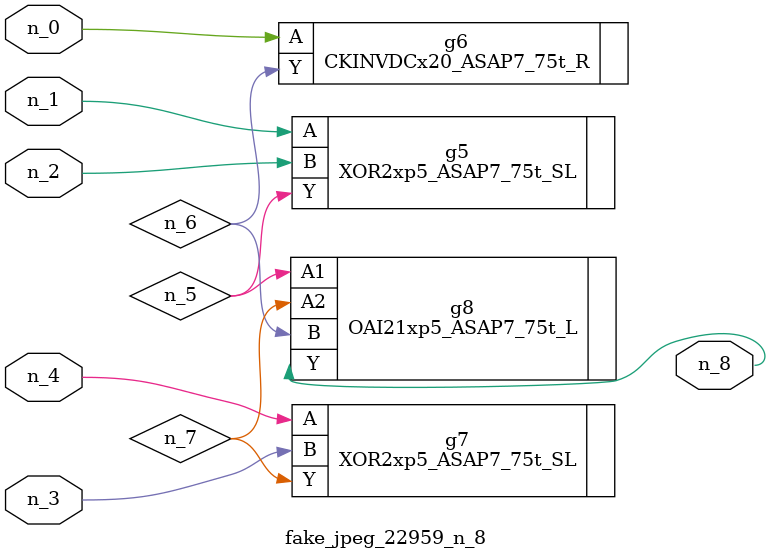
<source format=v>
module fake_jpeg_22959_n_8 (n_3, n_2, n_1, n_0, n_4, n_8);

input n_3;
input n_2;
input n_1;
input n_0;
input n_4;

output n_8;

wire n_6;
wire n_5;
wire n_7;

XOR2xp5_ASAP7_75t_SL g5 ( 
.A(n_1),
.B(n_2),
.Y(n_5)
);

CKINVDCx20_ASAP7_75t_R g6 ( 
.A(n_0),
.Y(n_6)
);

XOR2xp5_ASAP7_75t_SL g7 ( 
.A(n_4),
.B(n_3),
.Y(n_7)
);

OAI21xp5_ASAP7_75t_L g8 ( 
.A1(n_5),
.A2(n_7),
.B(n_6),
.Y(n_8)
);


endmodule
</source>
